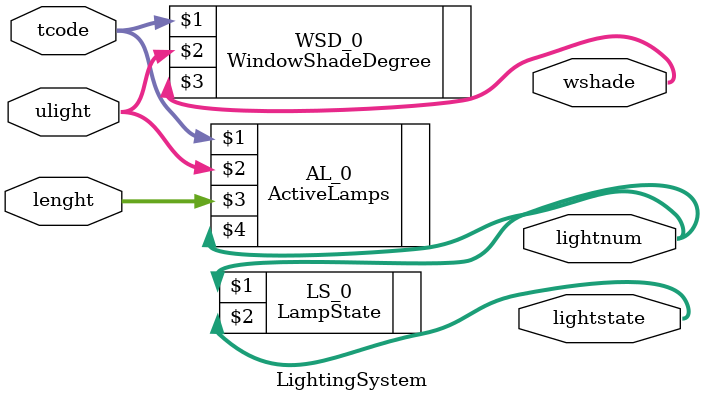
<source format=v>
/*--  *******************************************************
--  Computer Architecture Course, Laboratory Sources 
--  Amirkabir University of Technology (Tehran Polytechnic)
--  Department of Computer Engineering (CE-AUT)
--  https://ce[dot]aut[dot]ac[dot]ir
--  *******************************************************
--  All Rights reserved (C) 2019-2020
--  *******************************************************
--  Student ID  : 9831066
--  Student Name: Mohammad Mahdi Nemati Haravani
--  Student Mail: adel110@aut.at.ir
--  *******************************************************
--  Additional Comments:
--
--*/

/*-----------------------------------------------------------
---  Module Name: Lighting System
---  Description: Module4: 
-----------------------------------------------------------*/
`timescale 1 ns/1 ns 

module LightingSystem (
	input  [ 3:0] tcode      , // time code    [table2 time code   ]
	input  [ 3:0] ulight     , // user light   [light degree mode  ]
	input  [ 3:0] lenght     , // room length  [square room lenght ]
	output [ 3:0] wshade     , // shade level  [window shade level ]
	output [ 3:0] lightnum   , // number on    [number of active   ]
	output [15:0] lightstate   // lights state [lights state decode]
);

	/* write your code here */
	ActiveLamps AL_0(tcode, ulight, lenght, lightnum);
	WindowShadeDegree WSD_0(tcode, ulight, wshade);
	LampState LS_0(lightnum, lightstate);
	/* write your code here */

endmodule
</source>
